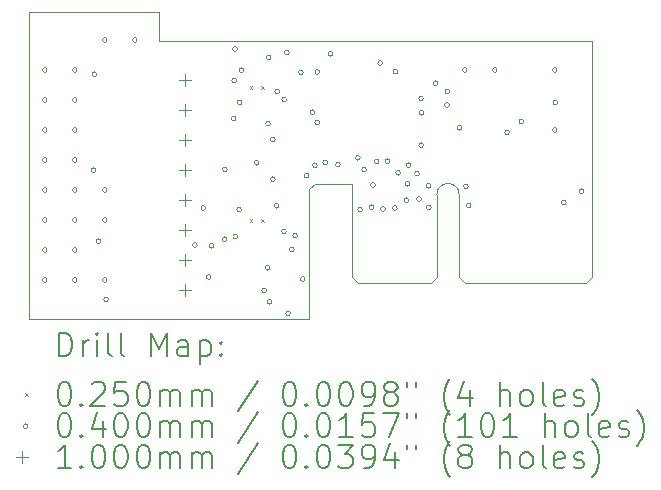
<source format=gbr>
%TF.GenerationSoftware,KiCad,Pcbnew,8.0.5*%
%TF.CreationDate,2024-11-05T15:42:06+00:00*%
%TF.ProjectId,ADE_Main_V4,4144455f-4d61-4696-9e5f-56342e6b6963,rev?*%
%TF.SameCoordinates,Original*%
%TF.FileFunction,Drillmap*%
%TF.FilePolarity,Positive*%
%FSLAX45Y45*%
G04 Gerber Fmt 4.5, Leading zero omitted, Abs format (unit mm)*
G04 Created by KiCad (PCBNEW 8.0.5) date 2024-11-05 15:42:06*
%MOMM*%
%LPD*%
G01*
G04 APERTURE LIST*
%ADD10C,0.100000*%
%ADD11C,0.200000*%
G04 APERTURE END LIST*
D10*
X380000Y2755000D02*
X420000Y2795000D01*
X-2000000Y4250000D02*
X-2000000Y1650000D01*
X2765000Y2795000D02*
X2765000Y4000000D01*
X-900000Y4250000D02*
X-2000000Y4250000D01*
X-2000000Y1650000D02*
X375000Y1650000D01*
X-900000Y4000000D02*
X2765000Y4000000D01*
X-900000Y4250000D02*
X-900000Y4000000D01*
X735000Y2795000D02*
X420000Y2795000D01*
X375000Y2750000D02*
X375000Y1650000D01*
X380000Y2755000D02*
X375000Y2750000D01*
X735000Y2795000D02*
X735000Y2005000D01*
X735000Y2005000D02*
X785000Y1955000D01*
X1405000Y1955000D02*
X785000Y1955000D01*
X1455000Y2700000D02*
X1455000Y2005000D01*
X1455000Y2005000D02*
X1405000Y1955000D01*
X1645000Y2700000D02*
X1645000Y2005000D01*
X1645000Y2005000D02*
X1695000Y1955000D01*
X2715000Y1955000D02*
X1695000Y1955000D01*
X2765000Y2795000D02*
X2765000Y2005000D01*
X2765000Y2005000D02*
X2715000Y1955000D01*
X1455000Y2700000D02*
G75*
G02*
X1645000Y2700000I95000J0D01*
G01*
D11*
D10*
X-130500Y3622500D02*
X-105500Y3597500D01*
X-105500Y3622500D02*
X-130500Y3597500D01*
X-130500Y2493500D02*
X-105500Y2468500D01*
X-105500Y2493500D02*
X-130500Y2468500D01*
X-30500Y3622500D02*
X-5500Y3597500D01*
X-5500Y3622500D02*
X-30500Y3597500D01*
X-30500Y2493500D02*
X-5500Y2468500D01*
X-5500Y2493500D02*
X-30500Y2468500D01*
X-1844000Y3756360D02*
G75*
G02*
X-1884000Y3756360I-20000J0D01*
G01*
X-1884000Y3756360D02*
G75*
G02*
X-1844000Y3756360I20000J0D01*
G01*
X-1844000Y3502360D02*
G75*
G02*
X-1884000Y3502360I-20000J0D01*
G01*
X-1884000Y3502360D02*
G75*
G02*
X-1844000Y3502360I20000J0D01*
G01*
X-1844000Y3248360D02*
G75*
G02*
X-1884000Y3248360I-20000J0D01*
G01*
X-1884000Y3248360D02*
G75*
G02*
X-1844000Y3248360I20000J0D01*
G01*
X-1844000Y2994360D02*
G75*
G02*
X-1884000Y2994360I-20000J0D01*
G01*
X-1884000Y2994360D02*
G75*
G02*
X-1844000Y2994360I20000J0D01*
G01*
X-1844000Y2740360D02*
G75*
G02*
X-1884000Y2740360I-20000J0D01*
G01*
X-1884000Y2740360D02*
G75*
G02*
X-1844000Y2740360I20000J0D01*
G01*
X-1844000Y2486360D02*
G75*
G02*
X-1884000Y2486360I-20000J0D01*
G01*
X-1884000Y2486360D02*
G75*
G02*
X-1844000Y2486360I20000J0D01*
G01*
X-1844000Y2232360D02*
G75*
G02*
X-1884000Y2232360I-20000J0D01*
G01*
X-1884000Y2232360D02*
G75*
G02*
X-1844000Y2232360I20000J0D01*
G01*
X-1844000Y1978360D02*
G75*
G02*
X-1884000Y1978360I-20000J0D01*
G01*
X-1884000Y1978360D02*
G75*
G02*
X-1844000Y1978360I20000J0D01*
G01*
X-1590000Y3756360D02*
G75*
G02*
X-1630000Y3756360I-20000J0D01*
G01*
X-1630000Y3756360D02*
G75*
G02*
X-1590000Y3756360I20000J0D01*
G01*
X-1590000Y3502360D02*
G75*
G02*
X-1630000Y3502360I-20000J0D01*
G01*
X-1630000Y3502360D02*
G75*
G02*
X-1590000Y3502360I20000J0D01*
G01*
X-1590000Y3248360D02*
G75*
G02*
X-1630000Y3248360I-20000J0D01*
G01*
X-1630000Y3248360D02*
G75*
G02*
X-1590000Y3248360I20000J0D01*
G01*
X-1590000Y2994360D02*
G75*
G02*
X-1630000Y2994360I-20000J0D01*
G01*
X-1630000Y2994360D02*
G75*
G02*
X-1590000Y2994360I20000J0D01*
G01*
X-1590000Y2740360D02*
G75*
G02*
X-1630000Y2740360I-20000J0D01*
G01*
X-1630000Y2740360D02*
G75*
G02*
X-1590000Y2740360I20000J0D01*
G01*
X-1590000Y2486360D02*
G75*
G02*
X-1630000Y2486360I-20000J0D01*
G01*
X-1630000Y2486360D02*
G75*
G02*
X-1590000Y2486360I20000J0D01*
G01*
X-1590000Y2232360D02*
G75*
G02*
X-1630000Y2232360I-20000J0D01*
G01*
X-1630000Y2232360D02*
G75*
G02*
X-1590000Y2232360I20000J0D01*
G01*
X-1590000Y1978360D02*
G75*
G02*
X-1630000Y1978360I-20000J0D01*
G01*
X-1630000Y1978360D02*
G75*
G02*
X-1590000Y1978360I20000J0D01*
G01*
X-1432000Y2909000D02*
G75*
G02*
X-1472000Y2909000I-20000J0D01*
G01*
X-1472000Y2909000D02*
G75*
G02*
X-1432000Y2909000I20000J0D01*
G01*
X-1424000Y3720000D02*
G75*
G02*
X-1464000Y3720000I-20000J0D01*
G01*
X-1464000Y3720000D02*
G75*
G02*
X-1424000Y3720000I20000J0D01*
G01*
X-1390000Y2306000D02*
G75*
G02*
X-1430000Y2306000I-20000J0D01*
G01*
X-1430000Y2306000D02*
G75*
G02*
X-1390000Y2306000I20000J0D01*
G01*
X-1336000Y4010360D02*
G75*
G02*
X-1376000Y4010360I-20000J0D01*
G01*
X-1376000Y4010360D02*
G75*
G02*
X-1336000Y4010360I20000J0D01*
G01*
X-1336000Y2740360D02*
G75*
G02*
X-1376000Y2740360I-20000J0D01*
G01*
X-1376000Y2740360D02*
G75*
G02*
X-1336000Y2740360I20000J0D01*
G01*
X-1336000Y2486360D02*
G75*
G02*
X-1376000Y2486360I-20000J0D01*
G01*
X-1376000Y2486360D02*
G75*
G02*
X-1336000Y2486360I20000J0D01*
G01*
X-1336000Y1978360D02*
G75*
G02*
X-1376000Y1978360I-20000J0D01*
G01*
X-1376000Y1978360D02*
G75*
G02*
X-1336000Y1978360I20000J0D01*
G01*
X-1325000Y1814000D02*
G75*
G02*
X-1365000Y1814000I-20000J0D01*
G01*
X-1365000Y1814000D02*
G75*
G02*
X-1325000Y1814000I20000J0D01*
G01*
X-1082000Y4010360D02*
G75*
G02*
X-1122000Y4010360I-20000J0D01*
G01*
X-1122000Y4010360D02*
G75*
G02*
X-1082000Y4010360I20000J0D01*
G01*
X-573450Y2273884D02*
G75*
G02*
X-613450Y2273884I-20000J0D01*
G01*
X-613450Y2273884D02*
G75*
G02*
X-573450Y2273884I20000J0D01*
G01*
X-503000Y2588000D02*
G75*
G02*
X-543000Y2588000I-20000J0D01*
G01*
X-543000Y2588000D02*
G75*
G02*
X-503000Y2588000I20000J0D01*
G01*
X-456566Y2003391D02*
G75*
G02*
X-496566Y2003391I-20000J0D01*
G01*
X-496566Y2003391D02*
G75*
G02*
X-456566Y2003391I20000J0D01*
G01*
X-432000Y2267000D02*
G75*
G02*
X-472000Y2267000I-20000J0D01*
G01*
X-472000Y2267000D02*
G75*
G02*
X-432000Y2267000I20000J0D01*
G01*
X-321000Y2323000D02*
G75*
G02*
X-361000Y2323000I-20000J0D01*
G01*
X-361000Y2323000D02*
G75*
G02*
X-321000Y2323000I20000J0D01*
G01*
X-319000Y2915000D02*
G75*
G02*
X-359000Y2915000I-20000J0D01*
G01*
X-359000Y2915000D02*
G75*
G02*
X-319000Y2915000I20000J0D01*
G01*
X-245000Y3347000D02*
G75*
G02*
X-285000Y3347000I-20000J0D01*
G01*
X-285000Y3347000D02*
G75*
G02*
X-245000Y3347000I20000J0D01*
G01*
X-240000Y3669000D02*
G75*
G02*
X-280000Y3669000I-20000J0D01*
G01*
X-280000Y3669000D02*
G75*
G02*
X-240000Y3669000I20000J0D01*
G01*
X-234000Y3934460D02*
G75*
G02*
X-274000Y3934460I-20000J0D01*
G01*
X-274000Y3934460D02*
G75*
G02*
X-234000Y3934460I20000J0D01*
G01*
X-231000Y2348000D02*
G75*
G02*
X-271000Y2348000I-20000J0D01*
G01*
X-271000Y2348000D02*
G75*
G02*
X-231000Y2348000I20000J0D01*
G01*
X-199000Y2574000D02*
G75*
G02*
X-239000Y2574000I-20000J0D01*
G01*
X-239000Y2574000D02*
G75*
G02*
X-199000Y2574000I20000J0D01*
G01*
X-195000Y3482000D02*
G75*
G02*
X-235000Y3482000I-20000J0D01*
G01*
X-235000Y3482000D02*
G75*
G02*
X-195000Y3482000I20000J0D01*
G01*
X-177550Y3755337D02*
G75*
G02*
X-217550Y3755337I-20000J0D01*
G01*
X-217550Y3755337D02*
G75*
G02*
X-177550Y3755337I20000J0D01*
G01*
X-50000Y2971000D02*
G75*
G02*
X-90000Y2971000I-20000J0D01*
G01*
X-90000Y2971000D02*
G75*
G02*
X-50000Y2971000I20000J0D01*
G01*
X13000Y1889000D02*
G75*
G02*
X-27000Y1889000I-20000J0D01*
G01*
X-27000Y1889000D02*
G75*
G02*
X13000Y1889000I20000J0D01*
G01*
X43000Y2082450D02*
G75*
G02*
X3000Y2082450I-20000J0D01*
G01*
X3000Y2082450D02*
G75*
G02*
X43000Y2082450I20000J0D01*
G01*
X46000Y3302000D02*
G75*
G02*
X6000Y3302000I-20000J0D01*
G01*
X6000Y3302000D02*
G75*
G02*
X46000Y3302000I20000J0D01*
G01*
X50916Y3861056D02*
G75*
G02*
X10916Y3861056I-20000J0D01*
G01*
X10916Y3861056D02*
G75*
G02*
X50916Y3861056I20000J0D01*
G01*
X59000Y1794000D02*
G75*
G02*
X19000Y1794000I-20000J0D01*
G01*
X19000Y1794000D02*
G75*
G02*
X59000Y1794000I20000J0D01*
G01*
X86000Y3169000D02*
G75*
G02*
X46000Y3169000I-20000J0D01*
G01*
X46000Y3169000D02*
G75*
G02*
X86000Y3169000I20000J0D01*
G01*
X87000Y2832000D02*
G75*
G02*
X47000Y2832000I-20000J0D01*
G01*
X47000Y2832000D02*
G75*
G02*
X87000Y2832000I20000J0D01*
G01*
X120100Y2606000D02*
G75*
G02*
X80100Y2606000I-20000J0D01*
G01*
X80100Y2606000D02*
G75*
G02*
X120100Y2606000I20000J0D01*
G01*
X124000Y3573000D02*
G75*
G02*
X84000Y3573000I-20000J0D01*
G01*
X84000Y3573000D02*
G75*
G02*
X124000Y3573000I20000J0D01*
G01*
X181000Y2391000D02*
G75*
G02*
X141000Y2391000I-20000J0D01*
G01*
X141000Y2391000D02*
G75*
G02*
X181000Y2391000I20000J0D01*
G01*
X182550Y3504714D02*
G75*
G02*
X142550Y3504714I-20000J0D01*
G01*
X142550Y3504714D02*
G75*
G02*
X182550Y3504714I20000J0D01*
G01*
X205000Y3904550D02*
G75*
G02*
X165000Y3904550I-20000J0D01*
G01*
X165000Y3904550D02*
G75*
G02*
X205000Y3904550I20000J0D01*
G01*
X215580Y1696720D02*
G75*
G02*
X175580Y1696720I-20000J0D01*
G01*
X175580Y1696720D02*
G75*
G02*
X215580Y1696720I20000J0D01*
G01*
X247748Y2235755D02*
G75*
G02*
X207748Y2235755I-20000J0D01*
G01*
X207748Y2235755D02*
G75*
G02*
X247748Y2235755I20000J0D01*
G01*
X275000Y2354000D02*
G75*
G02*
X235000Y2354000I-20000J0D01*
G01*
X235000Y2354000D02*
G75*
G02*
X275000Y2354000I20000J0D01*
G01*
X324800Y3736340D02*
G75*
G02*
X284800Y3736340I-20000J0D01*
G01*
X284800Y3736340D02*
G75*
G02*
X324800Y3736340I20000J0D01*
G01*
X340040Y1986280D02*
G75*
G02*
X300040Y1986280I-20000J0D01*
G01*
X300040Y1986280D02*
G75*
G02*
X340040Y1986280I20000J0D01*
G01*
X372402Y2862000D02*
G75*
G02*
X332402Y2862000I-20000J0D01*
G01*
X332402Y2862000D02*
G75*
G02*
X372402Y2862000I20000J0D01*
G01*
X421320Y3398520D02*
G75*
G02*
X381320Y3398520I-20000J0D01*
G01*
X381320Y3398520D02*
G75*
G02*
X421320Y3398520I20000J0D01*
G01*
X443000Y2949000D02*
G75*
G02*
X403000Y2949000I-20000J0D01*
G01*
X403000Y2949000D02*
G75*
G02*
X443000Y2949000I20000J0D01*
G01*
X462845Y3311150D02*
G75*
G02*
X422845Y3311150I-20000J0D01*
G01*
X422845Y3311150D02*
G75*
G02*
X462845Y3311150I20000J0D01*
G01*
X463000Y3740000D02*
G75*
G02*
X423000Y3740000I-20000J0D01*
G01*
X423000Y3740000D02*
G75*
G02*
X463000Y3740000I20000J0D01*
G01*
X530000Y2972000D02*
G75*
G02*
X490000Y2972000I-20000J0D01*
G01*
X490000Y2972000D02*
G75*
G02*
X530000Y2972000I20000J0D01*
G01*
X574000Y3893000D02*
G75*
G02*
X534000Y3893000I-20000J0D01*
G01*
X534000Y3893000D02*
G75*
G02*
X574000Y3893000I20000J0D01*
G01*
X638230Y2954620D02*
G75*
G02*
X598230Y2954620I-20000J0D01*
G01*
X598230Y2954620D02*
G75*
G02*
X638230Y2954620I20000J0D01*
G01*
X806390Y3012440D02*
G75*
G02*
X766390Y3012440I-20000J0D01*
G01*
X766390Y3012440D02*
G75*
G02*
X806390Y3012440I20000J0D01*
G01*
X825000Y2574000D02*
G75*
G02*
X785000Y2574000I-20000J0D01*
G01*
X785000Y2574000D02*
G75*
G02*
X825000Y2574000I20000J0D01*
G01*
X859341Y2912341D02*
G75*
G02*
X819341Y2912341I-20000J0D01*
G01*
X819341Y2912341D02*
G75*
G02*
X859341Y2912341I20000J0D01*
G01*
X922000Y2595000D02*
G75*
G02*
X882000Y2595000I-20000J0D01*
G01*
X882000Y2595000D02*
G75*
G02*
X922000Y2595000I20000J0D01*
G01*
X934391Y2783391D02*
G75*
G02*
X894391Y2783391I-20000J0D01*
G01*
X894391Y2783391D02*
G75*
G02*
X934391Y2783391I20000J0D01*
G01*
X965768Y2982550D02*
G75*
G02*
X925768Y2982550I-20000J0D01*
G01*
X925768Y2982550D02*
G75*
G02*
X965768Y2982550I20000J0D01*
G01*
X995360Y3815080D02*
G75*
G02*
X955360Y3815080I-20000J0D01*
G01*
X955360Y3815080D02*
G75*
G02*
X995360Y3815080I20000J0D01*
G01*
X1020000Y2580000D02*
G75*
G02*
X980000Y2580000I-20000J0D01*
G01*
X980000Y2580000D02*
G75*
G02*
X1020000Y2580000I20000J0D01*
G01*
X1057500Y2985000D02*
G75*
G02*
X1017500Y2985000I-20000J0D01*
G01*
X1017500Y2985000D02*
G75*
G02*
X1057500Y2985000I20000J0D01*
G01*
X1120000Y2587000D02*
G75*
G02*
X1080000Y2587000I-20000J0D01*
G01*
X1080000Y2587000D02*
G75*
G02*
X1120000Y2587000I20000J0D01*
G01*
X1125000Y3742500D02*
G75*
G02*
X1085000Y3742500I-20000J0D01*
G01*
X1085000Y3742500D02*
G75*
G02*
X1125000Y3742500I20000J0D01*
G01*
X1147760Y2885440D02*
G75*
G02*
X1107760Y2885440I-20000J0D01*
G01*
X1107760Y2885440D02*
G75*
G02*
X1147760Y2885440I20000J0D01*
G01*
X1217000Y2654000D02*
G75*
G02*
X1177000Y2654000I-20000J0D01*
G01*
X1177000Y2654000D02*
G75*
G02*
X1217000Y2654000I20000J0D01*
G01*
X1226500Y2794000D02*
G75*
G02*
X1186500Y2794000I-20000J0D01*
G01*
X1186500Y2794000D02*
G75*
G02*
X1226500Y2794000I20000J0D01*
G01*
X1236660Y2951480D02*
G75*
G02*
X1196660Y2951480I-20000J0D01*
G01*
X1196660Y2951480D02*
G75*
G02*
X1236660Y2951480I20000J0D01*
G01*
X1307780Y2877820D02*
G75*
G02*
X1267780Y2877820I-20000J0D01*
G01*
X1267780Y2877820D02*
G75*
G02*
X1307780Y2877820I20000J0D01*
G01*
X1324000Y2664000D02*
G75*
G02*
X1284000Y2664000I-20000J0D01*
G01*
X1284000Y2664000D02*
G75*
G02*
X1324000Y2664000I20000J0D01*
G01*
X1341464Y3515757D02*
G75*
G02*
X1301464Y3515757I-20000J0D01*
G01*
X1301464Y3515757D02*
G75*
G02*
X1341464Y3515757I20000J0D01*
G01*
X1342500Y3120000D02*
G75*
G02*
X1302500Y3120000I-20000J0D01*
G01*
X1302500Y3120000D02*
G75*
G02*
X1342500Y3120000I20000J0D01*
G01*
X1345000Y3395000D02*
G75*
G02*
X1305000Y3395000I-20000J0D01*
G01*
X1305000Y3395000D02*
G75*
G02*
X1345000Y3395000I20000J0D01*
G01*
X1404300Y2776220D02*
G75*
G02*
X1364300Y2776220I-20000J0D01*
G01*
X1364300Y2776220D02*
G75*
G02*
X1404300Y2776220I20000J0D01*
G01*
X1406840Y2590800D02*
G75*
G02*
X1366840Y2590800I-20000J0D01*
G01*
X1366840Y2590800D02*
G75*
G02*
X1406840Y2590800I20000J0D01*
G01*
X1465955Y3644200D02*
G75*
G02*
X1425955Y3644200I-20000J0D01*
G01*
X1425955Y3644200D02*
G75*
G02*
X1465955Y3644200I20000J0D01*
G01*
X1560921Y3460921D02*
G75*
G02*
X1520921Y3460921I-20000J0D01*
G01*
X1520921Y3460921D02*
G75*
G02*
X1560921Y3460921I20000J0D01*
G01*
X1564320Y3573780D02*
G75*
G02*
X1524320Y3573780I-20000J0D01*
G01*
X1524320Y3573780D02*
G75*
G02*
X1564320Y3573780I20000J0D01*
G01*
X1665920Y3266440D02*
G75*
G02*
X1625920Y3266440I-20000J0D01*
G01*
X1625920Y3266440D02*
G75*
G02*
X1665920Y3266440I20000J0D01*
G01*
X1712000Y3756360D02*
G75*
G02*
X1672000Y3756360I-20000J0D01*
G01*
X1672000Y3756360D02*
G75*
G02*
X1712000Y3756360I20000J0D01*
G01*
X1721800Y2771140D02*
G75*
G02*
X1681800Y2771140I-20000J0D01*
G01*
X1681800Y2771140D02*
G75*
G02*
X1721800Y2771140I20000J0D01*
G01*
X1744660Y2608580D02*
G75*
G02*
X1704660Y2608580I-20000J0D01*
G01*
X1704660Y2608580D02*
G75*
G02*
X1744660Y2608580I20000J0D01*
G01*
X1966000Y3756360D02*
G75*
G02*
X1926000Y3756360I-20000J0D01*
G01*
X1926000Y3756360D02*
G75*
G02*
X1966000Y3756360I20000J0D01*
G01*
X2069780Y3228340D02*
G75*
G02*
X2029780Y3228340I-20000J0D01*
G01*
X2029780Y3228340D02*
G75*
G02*
X2069780Y3228340I20000J0D01*
G01*
X2191700Y3319780D02*
G75*
G02*
X2151700Y3319780I-20000J0D01*
G01*
X2151700Y3319780D02*
G75*
G02*
X2191700Y3319780I20000J0D01*
G01*
X2474000Y3756360D02*
G75*
G02*
X2434000Y3756360I-20000J0D01*
G01*
X2434000Y3756360D02*
G75*
G02*
X2474000Y3756360I20000J0D01*
G01*
X2474000Y3248360D02*
G75*
G02*
X2434000Y3248360I-20000J0D01*
G01*
X2434000Y3248360D02*
G75*
G02*
X2474000Y3248360I20000J0D01*
G01*
X2478720Y3482340D02*
G75*
G02*
X2438720Y3482340I-20000J0D01*
G01*
X2438720Y3482340D02*
G75*
G02*
X2478720Y3482340I20000J0D01*
G01*
X2549840Y2633980D02*
G75*
G02*
X2509840Y2633980I-20000J0D01*
G01*
X2509840Y2633980D02*
G75*
G02*
X2549840Y2633980I20000J0D01*
G01*
X2699700Y2730500D02*
G75*
G02*
X2659700Y2730500I-20000J0D01*
G01*
X2659700Y2730500D02*
G75*
G02*
X2699700Y2730500I20000J0D01*
G01*
X-675020Y3719298D02*
X-675020Y3619298D01*
X-725020Y3669298D02*
X-625020Y3669298D01*
X-675020Y3465298D02*
X-675020Y3365298D01*
X-725020Y3415298D02*
X-625020Y3415298D01*
X-675020Y3211298D02*
X-675020Y3111298D01*
X-725020Y3161298D02*
X-625020Y3161298D01*
X-675020Y2957298D02*
X-675020Y2857298D01*
X-725020Y2907298D02*
X-625020Y2907298D01*
X-675020Y2703298D02*
X-675020Y2603298D01*
X-725020Y2653298D02*
X-625020Y2653298D01*
X-675020Y2449298D02*
X-675020Y2349298D01*
X-725020Y2399298D02*
X-625020Y2399298D01*
X-675020Y2195298D02*
X-675020Y2095298D01*
X-725020Y2145298D02*
X-625020Y2145298D01*
X-675020Y1941298D02*
X-675020Y1841298D01*
X-725020Y1891298D02*
X-625020Y1891298D01*
D11*
X-1744223Y1333516D02*
X-1744223Y1533516D01*
X-1744223Y1533516D02*
X-1696604Y1533516D01*
X-1696604Y1533516D02*
X-1668033Y1523992D01*
X-1668033Y1523992D02*
X-1648985Y1504945D01*
X-1648985Y1504945D02*
X-1639461Y1485897D01*
X-1639461Y1485897D02*
X-1629937Y1447802D01*
X-1629937Y1447802D02*
X-1629937Y1419230D01*
X-1629937Y1419230D02*
X-1639461Y1381135D01*
X-1639461Y1381135D02*
X-1648985Y1362088D01*
X-1648985Y1362088D02*
X-1668033Y1343040D01*
X-1668033Y1343040D02*
X-1696604Y1333516D01*
X-1696604Y1333516D02*
X-1744223Y1333516D01*
X-1544223Y1333516D02*
X-1544223Y1466849D01*
X-1544223Y1428754D02*
X-1534699Y1447802D01*
X-1534699Y1447802D02*
X-1525175Y1457326D01*
X-1525175Y1457326D02*
X-1506128Y1466849D01*
X-1506128Y1466849D02*
X-1487080Y1466849D01*
X-1420414Y1333516D02*
X-1420414Y1466849D01*
X-1420414Y1533516D02*
X-1429937Y1523992D01*
X-1429937Y1523992D02*
X-1420414Y1514468D01*
X-1420414Y1514468D02*
X-1410890Y1523992D01*
X-1410890Y1523992D02*
X-1420414Y1533516D01*
X-1420414Y1533516D02*
X-1420414Y1514468D01*
X-1296604Y1333516D02*
X-1315652Y1343040D01*
X-1315652Y1343040D02*
X-1325176Y1362088D01*
X-1325176Y1362088D02*
X-1325176Y1533516D01*
X-1191842Y1333516D02*
X-1210890Y1343040D01*
X-1210890Y1343040D02*
X-1220414Y1362088D01*
X-1220414Y1362088D02*
X-1220414Y1533516D01*
X-963271Y1333516D02*
X-963271Y1533516D01*
X-963271Y1533516D02*
X-896604Y1390659D01*
X-896604Y1390659D02*
X-829937Y1533516D01*
X-829937Y1533516D02*
X-829937Y1333516D01*
X-648985Y1333516D02*
X-648985Y1438278D01*
X-648985Y1438278D02*
X-658509Y1457326D01*
X-658509Y1457326D02*
X-677556Y1466849D01*
X-677556Y1466849D02*
X-715652Y1466849D01*
X-715652Y1466849D02*
X-734699Y1457326D01*
X-648985Y1343040D02*
X-668033Y1333516D01*
X-668033Y1333516D02*
X-715652Y1333516D01*
X-715652Y1333516D02*
X-734699Y1343040D01*
X-734699Y1343040D02*
X-744223Y1362088D01*
X-744223Y1362088D02*
X-744223Y1381135D01*
X-744223Y1381135D02*
X-734699Y1400183D01*
X-734699Y1400183D02*
X-715652Y1409707D01*
X-715652Y1409707D02*
X-668033Y1409707D01*
X-668033Y1409707D02*
X-648985Y1419230D01*
X-553747Y1466849D02*
X-553747Y1266850D01*
X-553747Y1457326D02*
X-534699Y1466849D01*
X-534699Y1466849D02*
X-496604Y1466849D01*
X-496604Y1466849D02*
X-477556Y1457326D01*
X-477556Y1457326D02*
X-468033Y1447802D01*
X-468033Y1447802D02*
X-458509Y1428754D01*
X-458509Y1428754D02*
X-458509Y1371611D01*
X-458509Y1371611D02*
X-468033Y1352564D01*
X-468033Y1352564D02*
X-477556Y1343040D01*
X-477556Y1343040D02*
X-496604Y1333516D01*
X-496604Y1333516D02*
X-534699Y1333516D01*
X-534699Y1333516D02*
X-553747Y1343040D01*
X-372794Y1352564D02*
X-363271Y1343040D01*
X-363271Y1343040D02*
X-372794Y1333516D01*
X-372794Y1333516D02*
X-382318Y1343040D01*
X-382318Y1343040D02*
X-372794Y1352564D01*
X-372794Y1352564D02*
X-372794Y1333516D01*
X-372794Y1457326D02*
X-363271Y1447802D01*
X-363271Y1447802D02*
X-372794Y1438278D01*
X-372794Y1438278D02*
X-382318Y1447802D01*
X-382318Y1447802D02*
X-372794Y1457326D01*
X-372794Y1457326D02*
X-372794Y1438278D01*
D10*
X-2030000Y1017500D02*
X-2005000Y992500D01*
X-2005000Y1017500D02*
X-2030000Y992500D01*
D11*
X-1706128Y1113516D02*
X-1687080Y1113516D01*
X-1687080Y1113516D02*
X-1668033Y1103992D01*
X-1668033Y1103992D02*
X-1658509Y1094469D01*
X-1658509Y1094469D02*
X-1648985Y1075421D01*
X-1648985Y1075421D02*
X-1639461Y1037326D01*
X-1639461Y1037326D02*
X-1639461Y989707D01*
X-1639461Y989707D02*
X-1648985Y951611D01*
X-1648985Y951611D02*
X-1658509Y932564D01*
X-1658509Y932564D02*
X-1668033Y923040D01*
X-1668033Y923040D02*
X-1687080Y913516D01*
X-1687080Y913516D02*
X-1706128Y913516D01*
X-1706128Y913516D02*
X-1725175Y923040D01*
X-1725175Y923040D02*
X-1734699Y932564D01*
X-1734699Y932564D02*
X-1744223Y951611D01*
X-1744223Y951611D02*
X-1753747Y989707D01*
X-1753747Y989707D02*
X-1753747Y1037326D01*
X-1753747Y1037326D02*
X-1744223Y1075421D01*
X-1744223Y1075421D02*
X-1734699Y1094469D01*
X-1734699Y1094469D02*
X-1725175Y1103992D01*
X-1725175Y1103992D02*
X-1706128Y1113516D01*
X-1553747Y932564D02*
X-1544223Y923040D01*
X-1544223Y923040D02*
X-1553747Y913516D01*
X-1553747Y913516D02*
X-1563271Y923040D01*
X-1563271Y923040D02*
X-1553747Y932564D01*
X-1553747Y932564D02*
X-1553747Y913516D01*
X-1468033Y1094469D02*
X-1458509Y1103992D01*
X-1458509Y1103992D02*
X-1439461Y1113516D01*
X-1439461Y1113516D02*
X-1391842Y1113516D01*
X-1391842Y1113516D02*
X-1372795Y1103992D01*
X-1372795Y1103992D02*
X-1363271Y1094469D01*
X-1363271Y1094469D02*
X-1353747Y1075421D01*
X-1353747Y1075421D02*
X-1353747Y1056373D01*
X-1353747Y1056373D02*
X-1363271Y1027802D01*
X-1363271Y1027802D02*
X-1477556Y913516D01*
X-1477556Y913516D02*
X-1353747Y913516D01*
X-1172795Y1113516D02*
X-1268033Y1113516D01*
X-1268033Y1113516D02*
X-1277556Y1018278D01*
X-1277556Y1018278D02*
X-1268033Y1027802D01*
X-1268033Y1027802D02*
X-1248985Y1037326D01*
X-1248985Y1037326D02*
X-1201366Y1037326D01*
X-1201366Y1037326D02*
X-1182318Y1027802D01*
X-1182318Y1027802D02*
X-1172795Y1018278D01*
X-1172795Y1018278D02*
X-1163271Y999230D01*
X-1163271Y999230D02*
X-1163271Y951611D01*
X-1163271Y951611D02*
X-1172795Y932564D01*
X-1172795Y932564D02*
X-1182318Y923040D01*
X-1182318Y923040D02*
X-1201366Y913516D01*
X-1201366Y913516D02*
X-1248985Y913516D01*
X-1248985Y913516D02*
X-1268033Y923040D01*
X-1268033Y923040D02*
X-1277556Y932564D01*
X-1039461Y1113516D02*
X-1020413Y1113516D01*
X-1020413Y1113516D02*
X-1001366Y1103992D01*
X-1001366Y1103992D02*
X-991842Y1094469D01*
X-991842Y1094469D02*
X-982318Y1075421D01*
X-982318Y1075421D02*
X-972794Y1037326D01*
X-972794Y1037326D02*
X-972794Y989707D01*
X-972794Y989707D02*
X-982318Y951611D01*
X-982318Y951611D02*
X-991842Y932564D01*
X-991842Y932564D02*
X-1001366Y923040D01*
X-1001366Y923040D02*
X-1020413Y913516D01*
X-1020413Y913516D02*
X-1039461Y913516D01*
X-1039461Y913516D02*
X-1058509Y923040D01*
X-1058509Y923040D02*
X-1068033Y932564D01*
X-1068033Y932564D02*
X-1077556Y951611D01*
X-1077556Y951611D02*
X-1087080Y989707D01*
X-1087080Y989707D02*
X-1087080Y1037326D01*
X-1087080Y1037326D02*
X-1077556Y1075421D01*
X-1077556Y1075421D02*
X-1068033Y1094469D01*
X-1068033Y1094469D02*
X-1058509Y1103992D01*
X-1058509Y1103992D02*
X-1039461Y1113516D01*
X-887080Y913516D02*
X-887080Y1046849D01*
X-887080Y1027802D02*
X-877556Y1037326D01*
X-877556Y1037326D02*
X-858509Y1046849D01*
X-858509Y1046849D02*
X-829937Y1046849D01*
X-829937Y1046849D02*
X-810890Y1037326D01*
X-810890Y1037326D02*
X-801366Y1018278D01*
X-801366Y1018278D02*
X-801366Y913516D01*
X-801366Y1018278D02*
X-791842Y1037326D01*
X-791842Y1037326D02*
X-772794Y1046849D01*
X-772794Y1046849D02*
X-744223Y1046849D01*
X-744223Y1046849D02*
X-725175Y1037326D01*
X-725175Y1037326D02*
X-715652Y1018278D01*
X-715652Y1018278D02*
X-715652Y913516D01*
X-620414Y913516D02*
X-620414Y1046849D01*
X-620414Y1027802D02*
X-610890Y1037326D01*
X-610890Y1037326D02*
X-591842Y1046849D01*
X-591842Y1046849D02*
X-563271Y1046849D01*
X-563271Y1046849D02*
X-544223Y1037326D01*
X-544223Y1037326D02*
X-534699Y1018278D01*
X-534699Y1018278D02*
X-534699Y913516D01*
X-534699Y1018278D02*
X-525175Y1037326D01*
X-525175Y1037326D02*
X-506128Y1046849D01*
X-506128Y1046849D02*
X-477556Y1046849D01*
X-477556Y1046849D02*
X-458509Y1037326D01*
X-458509Y1037326D02*
X-448985Y1018278D01*
X-448985Y1018278D02*
X-448985Y913516D01*
X-58509Y1123040D02*
X-229937Y865897D01*
X198634Y1113516D02*
X217682Y1113516D01*
X217682Y1113516D02*
X236729Y1103992D01*
X236729Y1103992D02*
X246253Y1094469D01*
X246253Y1094469D02*
X255777Y1075421D01*
X255777Y1075421D02*
X265301Y1037326D01*
X265301Y1037326D02*
X265301Y989707D01*
X265301Y989707D02*
X255777Y951611D01*
X255777Y951611D02*
X246253Y932564D01*
X246253Y932564D02*
X236729Y923040D01*
X236729Y923040D02*
X217682Y913516D01*
X217682Y913516D02*
X198634Y913516D01*
X198634Y913516D02*
X179586Y923040D01*
X179586Y923040D02*
X170063Y932564D01*
X170063Y932564D02*
X160539Y951611D01*
X160539Y951611D02*
X151015Y989707D01*
X151015Y989707D02*
X151015Y1037326D01*
X151015Y1037326D02*
X160539Y1075421D01*
X160539Y1075421D02*
X170063Y1094469D01*
X170063Y1094469D02*
X179586Y1103992D01*
X179586Y1103992D02*
X198634Y1113516D01*
X351015Y932564D02*
X360539Y923040D01*
X360539Y923040D02*
X351015Y913516D01*
X351015Y913516D02*
X341491Y923040D01*
X341491Y923040D02*
X351015Y932564D01*
X351015Y932564D02*
X351015Y913516D01*
X484348Y1113516D02*
X503396Y1113516D01*
X503396Y1113516D02*
X522444Y1103992D01*
X522444Y1103992D02*
X531968Y1094469D01*
X531968Y1094469D02*
X541491Y1075421D01*
X541491Y1075421D02*
X551015Y1037326D01*
X551015Y1037326D02*
X551015Y989707D01*
X551015Y989707D02*
X541491Y951611D01*
X541491Y951611D02*
X531968Y932564D01*
X531968Y932564D02*
X522444Y923040D01*
X522444Y923040D02*
X503396Y913516D01*
X503396Y913516D02*
X484348Y913516D01*
X484348Y913516D02*
X465301Y923040D01*
X465301Y923040D02*
X455777Y932564D01*
X455777Y932564D02*
X446253Y951611D01*
X446253Y951611D02*
X436729Y989707D01*
X436729Y989707D02*
X436729Y1037326D01*
X436729Y1037326D02*
X446253Y1075421D01*
X446253Y1075421D02*
X455777Y1094469D01*
X455777Y1094469D02*
X465301Y1103992D01*
X465301Y1103992D02*
X484348Y1113516D01*
X674825Y1113516D02*
X693872Y1113516D01*
X693872Y1113516D02*
X712920Y1103992D01*
X712920Y1103992D02*
X722444Y1094469D01*
X722444Y1094469D02*
X731967Y1075421D01*
X731967Y1075421D02*
X741491Y1037326D01*
X741491Y1037326D02*
X741491Y989707D01*
X741491Y989707D02*
X731967Y951611D01*
X731967Y951611D02*
X722444Y932564D01*
X722444Y932564D02*
X712920Y923040D01*
X712920Y923040D02*
X693872Y913516D01*
X693872Y913516D02*
X674825Y913516D01*
X674825Y913516D02*
X655777Y923040D01*
X655777Y923040D02*
X646253Y932564D01*
X646253Y932564D02*
X636729Y951611D01*
X636729Y951611D02*
X627206Y989707D01*
X627206Y989707D02*
X627206Y1037326D01*
X627206Y1037326D02*
X636729Y1075421D01*
X636729Y1075421D02*
X646253Y1094469D01*
X646253Y1094469D02*
X655777Y1103992D01*
X655777Y1103992D02*
X674825Y1113516D01*
X836729Y913516D02*
X874825Y913516D01*
X874825Y913516D02*
X893872Y923040D01*
X893872Y923040D02*
X903396Y932564D01*
X903396Y932564D02*
X922444Y961135D01*
X922444Y961135D02*
X931967Y999230D01*
X931967Y999230D02*
X931967Y1075421D01*
X931967Y1075421D02*
X922444Y1094469D01*
X922444Y1094469D02*
X912920Y1103992D01*
X912920Y1103992D02*
X893872Y1113516D01*
X893872Y1113516D02*
X855777Y1113516D01*
X855777Y1113516D02*
X836729Y1103992D01*
X836729Y1103992D02*
X827206Y1094469D01*
X827206Y1094469D02*
X817682Y1075421D01*
X817682Y1075421D02*
X817682Y1027802D01*
X817682Y1027802D02*
X827206Y1008754D01*
X827206Y1008754D02*
X836729Y999230D01*
X836729Y999230D02*
X855777Y989707D01*
X855777Y989707D02*
X893872Y989707D01*
X893872Y989707D02*
X912920Y999230D01*
X912920Y999230D02*
X922444Y1008754D01*
X922444Y1008754D02*
X931967Y1027802D01*
X1046253Y1027802D02*
X1027206Y1037326D01*
X1027206Y1037326D02*
X1017682Y1046849D01*
X1017682Y1046849D02*
X1008158Y1065897D01*
X1008158Y1065897D02*
X1008158Y1075421D01*
X1008158Y1075421D02*
X1017682Y1094469D01*
X1017682Y1094469D02*
X1027206Y1103992D01*
X1027206Y1103992D02*
X1046253Y1113516D01*
X1046253Y1113516D02*
X1084349Y1113516D01*
X1084349Y1113516D02*
X1103396Y1103992D01*
X1103396Y1103992D02*
X1112920Y1094469D01*
X1112920Y1094469D02*
X1122444Y1075421D01*
X1122444Y1075421D02*
X1122444Y1065897D01*
X1122444Y1065897D02*
X1112920Y1046849D01*
X1112920Y1046849D02*
X1103396Y1037326D01*
X1103396Y1037326D02*
X1084349Y1027802D01*
X1084349Y1027802D02*
X1046253Y1027802D01*
X1046253Y1027802D02*
X1027206Y1018278D01*
X1027206Y1018278D02*
X1017682Y1008754D01*
X1017682Y1008754D02*
X1008158Y989707D01*
X1008158Y989707D02*
X1008158Y951611D01*
X1008158Y951611D02*
X1017682Y932564D01*
X1017682Y932564D02*
X1027206Y923040D01*
X1027206Y923040D02*
X1046253Y913516D01*
X1046253Y913516D02*
X1084349Y913516D01*
X1084349Y913516D02*
X1103396Y923040D01*
X1103396Y923040D02*
X1112920Y932564D01*
X1112920Y932564D02*
X1122444Y951611D01*
X1122444Y951611D02*
X1122444Y989707D01*
X1122444Y989707D02*
X1112920Y1008754D01*
X1112920Y1008754D02*
X1103396Y1018278D01*
X1103396Y1018278D02*
X1084349Y1027802D01*
X1198634Y1113516D02*
X1198634Y1075421D01*
X1274825Y1113516D02*
X1274825Y1075421D01*
X1570063Y837326D02*
X1560539Y846849D01*
X1560539Y846849D02*
X1541491Y875421D01*
X1541491Y875421D02*
X1531968Y894468D01*
X1531968Y894468D02*
X1522444Y923040D01*
X1522444Y923040D02*
X1512920Y970659D01*
X1512920Y970659D02*
X1512920Y1008754D01*
X1512920Y1008754D02*
X1522444Y1056373D01*
X1522444Y1056373D02*
X1531968Y1084945D01*
X1531968Y1084945D02*
X1541491Y1103992D01*
X1541491Y1103992D02*
X1560539Y1132564D01*
X1560539Y1132564D02*
X1570063Y1142088D01*
X1731968Y1046849D02*
X1731968Y913516D01*
X1684348Y1123040D02*
X1636729Y980183D01*
X1636729Y980183D02*
X1760539Y980183D01*
X1989110Y913516D02*
X1989110Y1113516D01*
X2074825Y913516D02*
X2074825Y1018278D01*
X2074825Y1018278D02*
X2065301Y1037326D01*
X2065301Y1037326D02*
X2046253Y1046849D01*
X2046253Y1046849D02*
X2017682Y1046849D01*
X2017682Y1046849D02*
X1998634Y1037326D01*
X1998634Y1037326D02*
X1989110Y1027802D01*
X2198634Y913516D02*
X2179587Y923040D01*
X2179587Y923040D02*
X2170063Y932564D01*
X2170063Y932564D02*
X2160539Y951611D01*
X2160539Y951611D02*
X2160539Y1008754D01*
X2160539Y1008754D02*
X2170063Y1027802D01*
X2170063Y1027802D02*
X2179587Y1037326D01*
X2179587Y1037326D02*
X2198634Y1046849D01*
X2198634Y1046849D02*
X2227206Y1046849D01*
X2227206Y1046849D02*
X2246253Y1037326D01*
X2246253Y1037326D02*
X2255777Y1027802D01*
X2255777Y1027802D02*
X2265301Y1008754D01*
X2265301Y1008754D02*
X2265301Y951611D01*
X2265301Y951611D02*
X2255777Y932564D01*
X2255777Y932564D02*
X2246253Y923040D01*
X2246253Y923040D02*
X2227206Y913516D01*
X2227206Y913516D02*
X2198634Y913516D01*
X2379587Y913516D02*
X2360539Y923040D01*
X2360539Y923040D02*
X2351015Y942088D01*
X2351015Y942088D02*
X2351015Y1113516D01*
X2531968Y923040D02*
X2512920Y913516D01*
X2512920Y913516D02*
X2474825Y913516D01*
X2474825Y913516D02*
X2455777Y923040D01*
X2455777Y923040D02*
X2446253Y942088D01*
X2446253Y942088D02*
X2446253Y1018278D01*
X2446253Y1018278D02*
X2455777Y1037326D01*
X2455777Y1037326D02*
X2474825Y1046849D01*
X2474825Y1046849D02*
X2512920Y1046849D01*
X2512920Y1046849D02*
X2531968Y1037326D01*
X2531968Y1037326D02*
X2541492Y1018278D01*
X2541492Y1018278D02*
X2541492Y999230D01*
X2541492Y999230D02*
X2446253Y980183D01*
X2617682Y923040D02*
X2636730Y913516D01*
X2636730Y913516D02*
X2674825Y913516D01*
X2674825Y913516D02*
X2693873Y923040D01*
X2693873Y923040D02*
X2703396Y942088D01*
X2703396Y942088D02*
X2703396Y951611D01*
X2703396Y951611D02*
X2693873Y970659D01*
X2693873Y970659D02*
X2674825Y980183D01*
X2674825Y980183D02*
X2646253Y980183D01*
X2646253Y980183D02*
X2627206Y989707D01*
X2627206Y989707D02*
X2617682Y1008754D01*
X2617682Y1008754D02*
X2617682Y1018278D01*
X2617682Y1018278D02*
X2627206Y1037326D01*
X2627206Y1037326D02*
X2646253Y1046849D01*
X2646253Y1046849D02*
X2674825Y1046849D01*
X2674825Y1046849D02*
X2693873Y1037326D01*
X2770063Y837326D02*
X2779587Y846849D01*
X2779587Y846849D02*
X2798634Y875421D01*
X2798634Y875421D02*
X2808158Y894468D01*
X2808158Y894468D02*
X2817682Y923040D01*
X2817682Y923040D02*
X2827206Y970659D01*
X2827206Y970659D02*
X2827206Y1008754D01*
X2827206Y1008754D02*
X2817682Y1056373D01*
X2817682Y1056373D02*
X2808158Y1084945D01*
X2808158Y1084945D02*
X2798634Y1103992D01*
X2798634Y1103992D02*
X2779587Y1132564D01*
X2779587Y1132564D02*
X2770063Y1142088D01*
D10*
X-2005000Y741000D02*
G75*
G02*
X-2045000Y741000I-20000J0D01*
G01*
X-2045000Y741000D02*
G75*
G02*
X-2005000Y741000I20000J0D01*
G01*
D11*
X-1706128Y849516D02*
X-1687080Y849516D01*
X-1687080Y849516D02*
X-1668033Y839992D01*
X-1668033Y839992D02*
X-1658509Y830468D01*
X-1658509Y830468D02*
X-1648985Y811421D01*
X-1648985Y811421D02*
X-1639461Y773326D01*
X-1639461Y773326D02*
X-1639461Y725707D01*
X-1639461Y725707D02*
X-1648985Y687611D01*
X-1648985Y687611D02*
X-1658509Y668564D01*
X-1658509Y668564D02*
X-1668033Y659040D01*
X-1668033Y659040D02*
X-1687080Y649516D01*
X-1687080Y649516D02*
X-1706128Y649516D01*
X-1706128Y649516D02*
X-1725175Y659040D01*
X-1725175Y659040D02*
X-1734699Y668564D01*
X-1734699Y668564D02*
X-1744223Y687611D01*
X-1744223Y687611D02*
X-1753747Y725707D01*
X-1753747Y725707D02*
X-1753747Y773326D01*
X-1753747Y773326D02*
X-1744223Y811421D01*
X-1744223Y811421D02*
X-1734699Y830468D01*
X-1734699Y830468D02*
X-1725175Y839992D01*
X-1725175Y839992D02*
X-1706128Y849516D01*
X-1553747Y668564D02*
X-1544223Y659040D01*
X-1544223Y659040D02*
X-1553747Y649516D01*
X-1553747Y649516D02*
X-1563271Y659040D01*
X-1563271Y659040D02*
X-1553747Y668564D01*
X-1553747Y668564D02*
X-1553747Y649516D01*
X-1372795Y782849D02*
X-1372795Y649516D01*
X-1420414Y859040D02*
X-1468033Y716183D01*
X-1468033Y716183D02*
X-1344223Y716183D01*
X-1229937Y849516D02*
X-1210890Y849516D01*
X-1210890Y849516D02*
X-1191842Y839992D01*
X-1191842Y839992D02*
X-1182318Y830468D01*
X-1182318Y830468D02*
X-1172795Y811421D01*
X-1172795Y811421D02*
X-1163271Y773326D01*
X-1163271Y773326D02*
X-1163271Y725707D01*
X-1163271Y725707D02*
X-1172795Y687611D01*
X-1172795Y687611D02*
X-1182318Y668564D01*
X-1182318Y668564D02*
X-1191842Y659040D01*
X-1191842Y659040D02*
X-1210890Y649516D01*
X-1210890Y649516D02*
X-1229937Y649516D01*
X-1229937Y649516D02*
X-1248985Y659040D01*
X-1248985Y659040D02*
X-1258509Y668564D01*
X-1258509Y668564D02*
X-1268033Y687611D01*
X-1268033Y687611D02*
X-1277556Y725707D01*
X-1277556Y725707D02*
X-1277556Y773326D01*
X-1277556Y773326D02*
X-1268033Y811421D01*
X-1268033Y811421D02*
X-1258509Y830468D01*
X-1258509Y830468D02*
X-1248985Y839992D01*
X-1248985Y839992D02*
X-1229937Y849516D01*
X-1039461Y849516D02*
X-1020413Y849516D01*
X-1020413Y849516D02*
X-1001366Y839992D01*
X-1001366Y839992D02*
X-991842Y830468D01*
X-991842Y830468D02*
X-982318Y811421D01*
X-982318Y811421D02*
X-972794Y773326D01*
X-972794Y773326D02*
X-972794Y725707D01*
X-972794Y725707D02*
X-982318Y687611D01*
X-982318Y687611D02*
X-991842Y668564D01*
X-991842Y668564D02*
X-1001366Y659040D01*
X-1001366Y659040D02*
X-1020413Y649516D01*
X-1020413Y649516D02*
X-1039461Y649516D01*
X-1039461Y649516D02*
X-1058509Y659040D01*
X-1058509Y659040D02*
X-1068033Y668564D01*
X-1068033Y668564D02*
X-1077556Y687611D01*
X-1077556Y687611D02*
X-1087080Y725707D01*
X-1087080Y725707D02*
X-1087080Y773326D01*
X-1087080Y773326D02*
X-1077556Y811421D01*
X-1077556Y811421D02*
X-1068033Y830468D01*
X-1068033Y830468D02*
X-1058509Y839992D01*
X-1058509Y839992D02*
X-1039461Y849516D01*
X-887080Y649516D02*
X-887080Y782849D01*
X-887080Y763802D02*
X-877556Y773326D01*
X-877556Y773326D02*
X-858509Y782849D01*
X-858509Y782849D02*
X-829937Y782849D01*
X-829937Y782849D02*
X-810890Y773326D01*
X-810890Y773326D02*
X-801366Y754278D01*
X-801366Y754278D02*
X-801366Y649516D01*
X-801366Y754278D02*
X-791842Y773326D01*
X-791842Y773326D02*
X-772794Y782849D01*
X-772794Y782849D02*
X-744223Y782849D01*
X-744223Y782849D02*
X-725175Y773326D01*
X-725175Y773326D02*
X-715652Y754278D01*
X-715652Y754278D02*
X-715652Y649516D01*
X-620414Y649516D02*
X-620414Y782849D01*
X-620414Y763802D02*
X-610890Y773326D01*
X-610890Y773326D02*
X-591842Y782849D01*
X-591842Y782849D02*
X-563271Y782849D01*
X-563271Y782849D02*
X-544223Y773326D01*
X-544223Y773326D02*
X-534699Y754278D01*
X-534699Y754278D02*
X-534699Y649516D01*
X-534699Y754278D02*
X-525175Y773326D01*
X-525175Y773326D02*
X-506128Y782849D01*
X-506128Y782849D02*
X-477556Y782849D01*
X-477556Y782849D02*
X-458509Y773326D01*
X-458509Y773326D02*
X-448985Y754278D01*
X-448985Y754278D02*
X-448985Y649516D01*
X-58509Y859040D02*
X-229937Y601897D01*
X198634Y849516D02*
X217682Y849516D01*
X217682Y849516D02*
X236729Y839992D01*
X236729Y839992D02*
X246253Y830468D01*
X246253Y830468D02*
X255777Y811421D01*
X255777Y811421D02*
X265301Y773326D01*
X265301Y773326D02*
X265301Y725707D01*
X265301Y725707D02*
X255777Y687611D01*
X255777Y687611D02*
X246253Y668564D01*
X246253Y668564D02*
X236729Y659040D01*
X236729Y659040D02*
X217682Y649516D01*
X217682Y649516D02*
X198634Y649516D01*
X198634Y649516D02*
X179586Y659040D01*
X179586Y659040D02*
X170063Y668564D01*
X170063Y668564D02*
X160539Y687611D01*
X160539Y687611D02*
X151015Y725707D01*
X151015Y725707D02*
X151015Y773326D01*
X151015Y773326D02*
X160539Y811421D01*
X160539Y811421D02*
X170063Y830468D01*
X170063Y830468D02*
X179586Y839992D01*
X179586Y839992D02*
X198634Y849516D01*
X351015Y668564D02*
X360539Y659040D01*
X360539Y659040D02*
X351015Y649516D01*
X351015Y649516D02*
X341491Y659040D01*
X341491Y659040D02*
X351015Y668564D01*
X351015Y668564D02*
X351015Y649516D01*
X484348Y849516D02*
X503396Y849516D01*
X503396Y849516D02*
X522444Y839992D01*
X522444Y839992D02*
X531968Y830468D01*
X531968Y830468D02*
X541491Y811421D01*
X541491Y811421D02*
X551015Y773326D01*
X551015Y773326D02*
X551015Y725707D01*
X551015Y725707D02*
X541491Y687611D01*
X541491Y687611D02*
X531968Y668564D01*
X531968Y668564D02*
X522444Y659040D01*
X522444Y659040D02*
X503396Y649516D01*
X503396Y649516D02*
X484348Y649516D01*
X484348Y649516D02*
X465301Y659040D01*
X465301Y659040D02*
X455777Y668564D01*
X455777Y668564D02*
X446253Y687611D01*
X446253Y687611D02*
X436729Y725707D01*
X436729Y725707D02*
X436729Y773326D01*
X436729Y773326D02*
X446253Y811421D01*
X446253Y811421D02*
X455777Y830468D01*
X455777Y830468D02*
X465301Y839992D01*
X465301Y839992D02*
X484348Y849516D01*
X741491Y649516D02*
X627206Y649516D01*
X684348Y649516D02*
X684348Y849516D01*
X684348Y849516D02*
X665301Y820945D01*
X665301Y820945D02*
X646253Y801897D01*
X646253Y801897D02*
X627206Y792373D01*
X922444Y849516D02*
X827206Y849516D01*
X827206Y849516D02*
X817682Y754278D01*
X817682Y754278D02*
X827206Y763802D01*
X827206Y763802D02*
X846253Y773326D01*
X846253Y773326D02*
X893872Y773326D01*
X893872Y773326D02*
X912920Y763802D01*
X912920Y763802D02*
X922444Y754278D01*
X922444Y754278D02*
X931967Y735230D01*
X931967Y735230D02*
X931967Y687611D01*
X931967Y687611D02*
X922444Y668564D01*
X922444Y668564D02*
X912920Y659040D01*
X912920Y659040D02*
X893872Y649516D01*
X893872Y649516D02*
X846253Y649516D01*
X846253Y649516D02*
X827206Y659040D01*
X827206Y659040D02*
X817682Y668564D01*
X998634Y849516D02*
X1131968Y849516D01*
X1131968Y849516D02*
X1046253Y649516D01*
X1198634Y849516D02*
X1198634Y811421D01*
X1274825Y849516D02*
X1274825Y811421D01*
X1570063Y573326D02*
X1560539Y582850D01*
X1560539Y582850D02*
X1541491Y611421D01*
X1541491Y611421D02*
X1531968Y630469D01*
X1531968Y630469D02*
X1522444Y659040D01*
X1522444Y659040D02*
X1512920Y706659D01*
X1512920Y706659D02*
X1512920Y744754D01*
X1512920Y744754D02*
X1522444Y792373D01*
X1522444Y792373D02*
X1531968Y820945D01*
X1531968Y820945D02*
X1541491Y839992D01*
X1541491Y839992D02*
X1560539Y868564D01*
X1560539Y868564D02*
X1570063Y878088D01*
X1751015Y649516D02*
X1636729Y649516D01*
X1693872Y649516D02*
X1693872Y849516D01*
X1693872Y849516D02*
X1674825Y820945D01*
X1674825Y820945D02*
X1655777Y801897D01*
X1655777Y801897D02*
X1636729Y792373D01*
X1874825Y849516D02*
X1893872Y849516D01*
X1893872Y849516D02*
X1912920Y839992D01*
X1912920Y839992D02*
X1922444Y830468D01*
X1922444Y830468D02*
X1931968Y811421D01*
X1931968Y811421D02*
X1941491Y773326D01*
X1941491Y773326D02*
X1941491Y725707D01*
X1941491Y725707D02*
X1931968Y687611D01*
X1931968Y687611D02*
X1922444Y668564D01*
X1922444Y668564D02*
X1912920Y659040D01*
X1912920Y659040D02*
X1893872Y649516D01*
X1893872Y649516D02*
X1874825Y649516D01*
X1874825Y649516D02*
X1855777Y659040D01*
X1855777Y659040D02*
X1846253Y668564D01*
X1846253Y668564D02*
X1836729Y687611D01*
X1836729Y687611D02*
X1827206Y725707D01*
X1827206Y725707D02*
X1827206Y773326D01*
X1827206Y773326D02*
X1836729Y811421D01*
X1836729Y811421D02*
X1846253Y830468D01*
X1846253Y830468D02*
X1855777Y839992D01*
X1855777Y839992D02*
X1874825Y849516D01*
X2131968Y649516D02*
X2017682Y649516D01*
X2074825Y649516D02*
X2074825Y849516D01*
X2074825Y849516D02*
X2055777Y820945D01*
X2055777Y820945D02*
X2036729Y801897D01*
X2036729Y801897D02*
X2017682Y792373D01*
X2370063Y649516D02*
X2370063Y849516D01*
X2455777Y649516D02*
X2455777Y754278D01*
X2455777Y754278D02*
X2446253Y773326D01*
X2446253Y773326D02*
X2427206Y782849D01*
X2427206Y782849D02*
X2398634Y782849D01*
X2398634Y782849D02*
X2379587Y773326D01*
X2379587Y773326D02*
X2370063Y763802D01*
X2579587Y649516D02*
X2560539Y659040D01*
X2560539Y659040D02*
X2551015Y668564D01*
X2551015Y668564D02*
X2541492Y687611D01*
X2541492Y687611D02*
X2541492Y744754D01*
X2541492Y744754D02*
X2551015Y763802D01*
X2551015Y763802D02*
X2560539Y773326D01*
X2560539Y773326D02*
X2579587Y782849D01*
X2579587Y782849D02*
X2608158Y782849D01*
X2608158Y782849D02*
X2627206Y773326D01*
X2627206Y773326D02*
X2636730Y763802D01*
X2636730Y763802D02*
X2646253Y744754D01*
X2646253Y744754D02*
X2646253Y687611D01*
X2646253Y687611D02*
X2636730Y668564D01*
X2636730Y668564D02*
X2627206Y659040D01*
X2627206Y659040D02*
X2608158Y649516D01*
X2608158Y649516D02*
X2579587Y649516D01*
X2760539Y649516D02*
X2741492Y659040D01*
X2741492Y659040D02*
X2731968Y678088D01*
X2731968Y678088D02*
X2731968Y849516D01*
X2912920Y659040D02*
X2893872Y649516D01*
X2893872Y649516D02*
X2855777Y649516D01*
X2855777Y649516D02*
X2836730Y659040D01*
X2836730Y659040D02*
X2827206Y678088D01*
X2827206Y678088D02*
X2827206Y754278D01*
X2827206Y754278D02*
X2836730Y773326D01*
X2836730Y773326D02*
X2855777Y782849D01*
X2855777Y782849D02*
X2893872Y782849D01*
X2893872Y782849D02*
X2912920Y773326D01*
X2912920Y773326D02*
X2922444Y754278D01*
X2922444Y754278D02*
X2922444Y735230D01*
X2922444Y735230D02*
X2827206Y716183D01*
X2998634Y659040D02*
X3017682Y649516D01*
X3017682Y649516D02*
X3055777Y649516D01*
X3055777Y649516D02*
X3074825Y659040D01*
X3074825Y659040D02*
X3084349Y678088D01*
X3084349Y678088D02*
X3084349Y687611D01*
X3084349Y687611D02*
X3074825Y706659D01*
X3074825Y706659D02*
X3055777Y716183D01*
X3055777Y716183D02*
X3027206Y716183D01*
X3027206Y716183D02*
X3008158Y725707D01*
X3008158Y725707D02*
X2998634Y744754D01*
X2998634Y744754D02*
X2998634Y754278D01*
X2998634Y754278D02*
X3008158Y773326D01*
X3008158Y773326D02*
X3027206Y782849D01*
X3027206Y782849D02*
X3055777Y782849D01*
X3055777Y782849D02*
X3074825Y773326D01*
X3151015Y573326D02*
X3160539Y582850D01*
X3160539Y582850D02*
X3179587Y611421D01*
X3179587Y611421D02*
X3189111Y630469D01*
X3189111Y630469D02*
X3198634Y659040D01*
X3198634Y659040D02*
X3208158Y706659D01*
X3208158Y706659D02*
X3208158Y744754D01*
X3208158Y744754D02*
X3198634Y792373D01*
X3198634Y792373D02*
X3189111Y820945D01*
X3189111Y820945D02*
X3179587Y839992D01*
X3179587Y839992D02*
X3160539Y868564D01*
X3160539Y868564D02*
X3151015Y878088D01*
D10*
X-2055000Y527000D02*
X-2055000Y427000D01*
X-2105000Y477000D02*
X-2005000Y477000D01*
D11*
X-1639461Y385516D02*
X-1753747Y385516D01*
X-1696604Y385516D02*
X-1696604Y585516D01*
X-1696604Y585516D02*
X-1715652Y556945D01*
X-1715652Y556945D02*
X-1734699Y537897D01*
X-1734699Y537897D02*
X-1753747Y528373D01*
X-1553747Y404564D02*
X-1544223Y395040D01*
X-1544223Y395040D02*
X-1553747Y385516D01*
X-1553747Y385516D02*
X-1563271Y395040D01*
X-1563271Y395040D02*
X-1553747Y404564D01*
X-1553747Y404564D02*
X-1553747Y385516D01*
X-1420414Y585516D02*
X-1401366Y585516D01*
X-1401366Y585516D02*
X-1382318Y575992D01*
X-1382318Y575992D02*
X-1372795Y566469D01*
X-1372795Y566469D02*
X-1363271Y547421D01*
X-1363271Y547421D02*
X-1353747Y509326D01*
X-1353747Y509326D02*
X-1353747Y461707D01*
X-1353747Y461707D02*
X-1363271Y423611D01*
X-1363271Y423611D02*
X-1372795Y404564D01*
X-1372795Y404564D02*
X-1382318Y395040D01*
X-1382318Y395040D02*
X-1401366Y385516D01*
X-1401366Y385516D02*
X-1420414Y385516D01*
X-1420414Y385516D02*
X-1439461Y395040D01*
X-1439461Y395040D02*
X-1448985Y404564D01*
X-1448985Y404564D02*
X-1458509Y423611D01*
X-1458509Y423611D02*
X-1468033Y461707D01*
X-1468033Y461707D02*
X-1468033Y509326D01*
X-1468033Y509326D02*
X-1458509Y547421D01*
X-1458509Y547421D02*
X-1448985Y566469D01*
X-1448985Y566469D02*
X-1439461Y575992D01*
X-1439461Y575992D02*
X-1420414Y585516D01*
X-1229937Y585516D02*
X-1210890Y585516D01*
X-1210890Y585516D02*
X-1191842Y575992D01*
X-1191842Y575992D02*
X-1182318Y566469D01*
X-1182318Y566469D02*
X-1172795Y547421D01*
X-1172795Y547421D02*
X-1163271Y509326D01*
X-1163271Y509326D02*
X-1163271Y461707D01*
X-1163271Y461707D02*
X-1172795Y423611D01*
X-1172795Y423611D02*
X-1182318Y404564D01*
X-1182318Y404564D02*
X-1191842Y395040D01*
X-1191842Y395040D02*
X-1210890Y385516D01*
X-1210890Y385516D02*
X-1229937Y385516D01*
X-1229937Y385516D02*
X-1248985Y395040D01*
X-1248985Y395040D02*
X-1258509Y404564D01*
X-1258509Y404564D02*
X-1268033Y423611D01*
X-1268033Y423611D02*
X-1277556Y461707D01*
X-1277556Y461707D02*
X-1277556Y509326D01*
X-1277556Y509326D02*
X-1268033Y547421D01*
X-1268033Y547421D02*
X-1258509Y566469D01*
X-1258509Y566469D02*
X-1248985Y575992D01*
X-1248985Y575992D02*
X-1229937Y585516D01*
X-1039461Y585516D02*
X-1020413Y585516D01*
X-1020413Y585516D02*
X-1001366Y575992D01*
X-1001366Y575992D02*
X-991842Y566469D01*
X-991842Y566469D02*
X-982318Y547421D01*
X-982318Y547421D02*
X-972794Y509326D01*
X-972794Y509326D02*
X-972794Y461707D01*
X-972794Y461707D02*
X-982318Y423611D01*
X-982318Y423611D02*
X-991842Y404564D01*
X-991842Y404564D02*
X-1001366Y395040D01*
X-1001366Y395040D02*
X-1020413Y385516D01*
X-1020413Y385516D02*
X-1039461Y385516D01*
X-1039461Y385516D02*
X-1058509Y395040D01*
X-1058509Y395040D02*
X-1068033Y404564D01*
X-1068033Y404564D02*
X-1077556Y423611D01*
X-1077556Y423611D02*
X-1087080Y461707D01*
X-1087080Y461707D02*
X-1087080Y509326D01*
X-1087080Y509326D02*
X-1077556Y547421D01*
X-1077556Y547421D02*
X-1068033Y566469D01*
X-1068033Y566469D02*
X-1058509Y575992D01*
X-1058509Y575992D02*
X-1039461Y585516D01*
X-887080Y385516D02*
X-887080Y518849D01*
X-887080Y499802D02*
X-877556Y509326D01*
X-877556Y509326D02*
X-858509Y518849D01*
X-858509Y518849D02*
X-829937Y518849D01*
X-829937Y518849D02*
X-810890Y509326D01*
X-810890Y509326D02*
X-801366Y490278D01*
X-801366Y490278D02*
X-801366Y385516D01*
X-801366Y490278D02*
X-791842Y509326D01*
X-791842Y509326D02*
X-772794Y518849D01*
X-772794Y518849D02*
X-744223Y518849D01*
X-744223Y518849D02*
X-725175Y509326D01*
X-725175Y509326D02*
X-715652Y490278D01*
X-715652Y490278D02*
X-715652Y385516D01*
X-620414Y385516D02*
X-620414Y518849D01*
X-620414Y499802D02*
X-610890Y509326D01*
X-610890Y509326D02*
X-591842Y518849D01*
X-591842Y518849D02*
X-563271Y518849D01*
X-563271Y518849D02*
X-544223Y509326D01*
X-544223Y509326D02*
X-534699Y490278D01*
X-534699Y490278D02*
X-534699Y385516D01*
X-534699Y490278D02*
X-525175Y509326D01*
X-525175Y509326D02*
X-506128Y518849D01*
X-506128Y518849D02*
X-477556Y518849D01*
X-477556Y518849D02*
X-458509Y509326D01*
X-458509Y509326D02*
X-448985Y490278D01*
X-448985Y490278D02*
X-448985Y385516D01*
X-58509Y595040D02*
X-229937Y337897D01*
X198634Y585516D02*
X217682Y585516D01*
X217682Y585516D02*
X236729Y575992D01*
X236729Y575992D02*
X246253Y566469D01*
X246253Y566469D02*
X255777Y547421D01*
X255777Y547421D02*
X265301Y509326D01*
X265301Y509326D02*
X265301Y461707D01*
X265301Y461707D02*
X255777Y423611D01*
X255777Y423611D02*
X246253Y404564D01*
X246253Y404564D02*
X236729Y395040D01*
X236729Y395040D02*
X217682Y385516D01*
X217682Y385516D02*
X198634Y385516D01*
X198634Y385516D02*
X179586Y395040D01*
X179586Y395040D02*
X170063Y404564D01*
X170063Y404564D02*
X160539Y423611D01*
X160539Y423611D02*
X151015Y461707D01*
X151015Y461707D02*
X151015Y509326D01*
X151015Y509326D02*
X160539Y547421D01*
X160539Y547421D02*
X170063Y566469D01*
X170063Y566469D02*
X179586Y575992D01*
X179586Y575992D02*
X198634Y585516D01*
X351015Y404564D02*
X360539Y395040D01*
X360539Y395040D02*
X351015Y385516D01*
X351015Y385516D02*
X341491Y395040D01*
X341491Y395040D02*
X351015Y404564D01*
X351015Y404564D02*
X351015Y385516D01*
X484348Y585516D02*
X503396Y585516D01*
X503396Y585516D02*
X522444Y575992D01*
X522444Y575992D02*
X531968Y566469D01*
X531968Y566469D02*
X541491Y547421D01*
X541491Y547421D02*
X551015Y509326D01*
X551015Y509326D02*
X551015Y461707D01*
X551015Y461707D02*
X541491Y423611D01*
X541491Y423611D02*
X531968Y404564D01*
X531968Y404564D02*
X522444Y395040D01*
X522444Y395040D02*
X503396Y385516D01*
X503396Y385516D02*
X484348Y385516D01*
X484348Y385516D02*
X465301Y395040D01*
X465301Y395040D02*
X455777Y404564D01*
X455777Y404564D02*
X446253Y423611D01*
X446253Y423611D02*
X436729Y461707D01*
X436729Y461707D02*
X436729Y509326D01*
X436729Y509326D02*
X446253Y547421D01*
X446253Y547421D02*
X455777Y566469D01*
X455777Y566469D02*
X465301Y575992D01*
X465301Y575992D02*
X484348Y585516D01*
X617682Y585516D02*
X741491Y585516D01*
X741491Y585516D02*
X674825Y509326D01*
X674825Y509326D02*
X703396Y509326D01*
X703396Y509326D02*
X722444Y499802D01*
X722444Y499802D02*
X731967Y490278D01*
X731967Y490278D02*
X741491Y471230D01*
X741491Y471230D02*
X741491Y423611D01*
X741491Y423611D02*
X731967Y404564D01*
X731967Y404564D02*
X722444Y395040D01*
X722444Y395040D02*
X703396Y385516D01*
X703396Y385516D02*
X646253Y385516D01*
X646253Y385516D02*
X627206Y395040D01*
X627206Y395040D02*
X617682Y404564D01*
X836729Y385516D02*
X874825Y385516D01*
X874825Y385516D02*
X893872Y395040D01*
X893872Y395040D02*
X903396Y404564D01*
X903396Y404564D02*
X922444Y433135D01*
X922444Y433135D02*
X931967Y471230D01*
X931967Y471230D02*
X931967Y547421D01*
X931967Y547421D02*
X922444Y566469D01*
X922444Y566469D02*
X912920Y575992D01*
X912920Y575992D02*
X893872Y585516D01*
X893872Y585516D02*
X855777Y585516D01*
X855777Y585516D02*
X836729Y575992D01*
X836729Y575992D02*
X827206Y566469D01*
X827206Y566469D02*
X817682Y547421D01*
X817682Y547421D02*
X817682Y499802D01*
X817682Y499802D02*
X827206Y480754D01*
X827206Y480754D02*
X836729Y471230D01*
X836729Y471230D02*
X855777Y461707D01*
X855777Y461707D02*
X893872Y461707D01*
X893872Y461707D02*
X912920Y471230D01*
X912920Y471230D02*
X922444Y480754D01*
X922444Y480754D02*
X931967Y499802D01*
X1103396Y518849D02*
X1103396Y385516D01*
X1055777Y595040D02*
X1008158Y452183D01*
X1008158Y452183D02*
X1131968Y452183D01*
X1198634Y585516D02*
X1198634Y547421D01*
X1274825Y585516D02*
X1274825Y547421D01*
X1570063Y309326D02*
X1560539Y318850D01*
X1560539Y318850D02*
X1541491Y347421D01*
X1541491Y347421D02*
X1531968Y366468D01*
X1531968Y366468D02*
X1522444Y395040D01*
X1522444Y395040D02*
X1512920Y442659D01*
X1512920Y442659D02*
X1512920Y480754D01*
X1512920Y480754D02*
X1522444Y528373D01*
X1522444Y528373D02*
X1531968Y556945D01*
X1531968Y556945D02*
X1541491Y575992D01*
X1541491Y575992D02*
X1560539Y604564D01*
X1560539Y604564D02*
X1570063Y614088D01*
X1674825Y499802D02*
X1655777Y509326D01*
X1655777Y509326D02*
X1646253Y518849D01*
X1646253Y518849D02*
X1636729Y537897D01*
X1636729Y537897D02*
X1636729Y547421D01*
X1636729Y547421D02*
X1646253Y566469D01*
X1646253Y566469D02*
X1655777Y575992D01*
X1655777Y575992D02*
X1674825Y585516D01*
X1674825Y585516D02*
X1712920Y585516D01*
X1712920Y585516D02*
X1731968Y575992D01*
X1731968Y575992D02*
X1741491Y566469D01*
X1741491Y566469D02*
X1751015Y547421D01*
X1751015Y547421D02*
X1751015Y537897D01*
X1751015Y537897D02*
X1741491Y518849D01*
X1741491Y518849D02*
X1731968Y509326D01*
X1731968Y509326D02*
X1712920Y499802D01*
X1712920Y499802D02*
X1674825Y499802D01*
X1674825Y499802D02*
X1655777Y490278D01*
X1655777Y490278D02*
X1646253Y480754D01*
X1646253Y480754D02*
X1636729Y461707D01*
X1636729Y461707D02*
X1636729Y423611D01*
X1636729Y423611D02*
X1646253Y404564D01*
X1646253Y404564D02*
X1655777Y395040D01*
X1655777Y395040D02*
X1674825Y385516D01*
X1674825Y385516D02*
X1712920Y385516D01*
X1712920Y385516D02*
X1731968Y395040D01*
X1731968Y395040D02*
X1741491Y404564D01*
X1741491Y404564D02*
X1751015Y423611D01*
X1751015Y423611D02*
X1751015Y461707D01*
X1751015Y461707D02*
X1741491Y480754D01*
X1741491Y480754D02*
X1731968Y490278D01*
X1731968Y490278D02*
X1712920Y499802D01*
X1989110Y385516D02*
X1989110Y585516D01*
X2074825Y385516D02*
X2074825Y490278D01*
X2074825Y490278D02*
X2065301Y509326D01*
X2065301Y509326D02*
X2046253Y518849D01*
X2046253Y518849D02*
X2017682Y518849D01*
X2017682Y518849D02*
X1998634Y509326D01*
X1998634Y509326D02*
X1989110Y499802D01*
X2198634Y385516D02*
X2179587Y395040D01*
X2179587Y395040D02*
X2170063Y404564D01*
X2170063Y404564D02*
X2160539Y423611D01*
X2160539Y423611D02*
X2160539Y480754D01*
X2160539Y480754D02*
X2170063Y499802D01*
X2170063Y499802D02*
X2179587Y509326D01*
X2179587Y509326D02*
X2198634Y518849D01*
X2198634Y518849D02*
X2227206Y518849D01*
X2227206Y518849D02*
X2246253Y509326D01*
X2246253Y509326D02*
X2255777Y499802D01*
X2255777Y499802D02*
X2265301Y480754D01*
X2265301Y480754D02*
X2265301Y423611D01*
X2265301Y423611D02*
X2255777Y404564D01*
X2255777Y404564D02*
X2246253Y395040D01*
X2246253Y395040D02*
X2227206Y385516D01*
X2227206Y385516D02*
X2198634Y385516D01*
X2379587Y385516D02*
X2360539Y395040D01*
X2360539Y395040D02*
X2351015Y414088D01*
X2351015Y414088D02*
X2351015Y585516D01*
X2531968Y395040D02*
X2512920Y385516D01*
X2512920Y385516D02*
X2474825Y385516D01*
X2474825Y385516D02*
X2455777Y395040D01*
X2455777Y395040D02*
X2446253Y414088D01*
X2446253Y414088D02*
X2446253Y490278D01*
X2446253Y490278D02*
X2455777Y509326D01*
X2455777Y509326D02*
X2474825Y518849D01*
X2474825Y518849D02*
X2512920Y518849D01*
X2512920Y518849D02*
X2531968Y509326D01*
X2531968Y509326D02*
X2541492Y490278D01*
X2541492Y490278D02*
X2541492Y471230D01*
X2541492Y471230D02*
X2446253Y452183D01*
X2617682Y395040D02*
X2636730Y385516D01*
X2636730Y385516D02*
X2674825Y385516D01*
X2674825Y385516D02*
X2693873Y395040D01*
X2693873Y395040D02*
X2703396Y414088D01*
X2703396Y414088D02*
X2703396Y423611D01*
X2703396Y423611D02*
X2693873Y442659D01*
X2693873Y442659D02*
X2674825Y452183D01*
X2674825Y452183D02*
X2646253Y452183D01*
X2646253Y452183D02*
X2627206Y461707D01*
X2627206Y461707D02*
X2617682Y480754D01*
X2617682Y480754D02*
X2617682Y490278D01*
X2617682Y490278D02*
X2627206Y509326D01*
X2627206Y509326D02*
X2646253Y518849D01*
X2646253Y518849D02*
X2674825Y518849D01*
X2674825Y518849D02*
X2693873Y509326D01*
X2770063Y309326D02*
X2779587Y318850D01*
X2779587Y318850D02*
X2798634Y347421D01*
X2798634Y347421D02*
X2808158Y366468D01*
X2808158Y366468D02*
X2817682Y395040D01*
X2817682Y395040D02*
X2827206Y442659D01*
X2827206Y442659D02*
X2827206Y480754D01*
X2827206Y480754D02*
X2817682Y528373D01*
X2817682Y528373D02*
X2808158Y556945D01*
X2808158Y556945D02*
X2798634Y575992D01*
X2798634Y575992D02*
X2779587Y604564D01*
X2779587Y604564D02*
X2770063Y614088D01*
M02*

</source>
